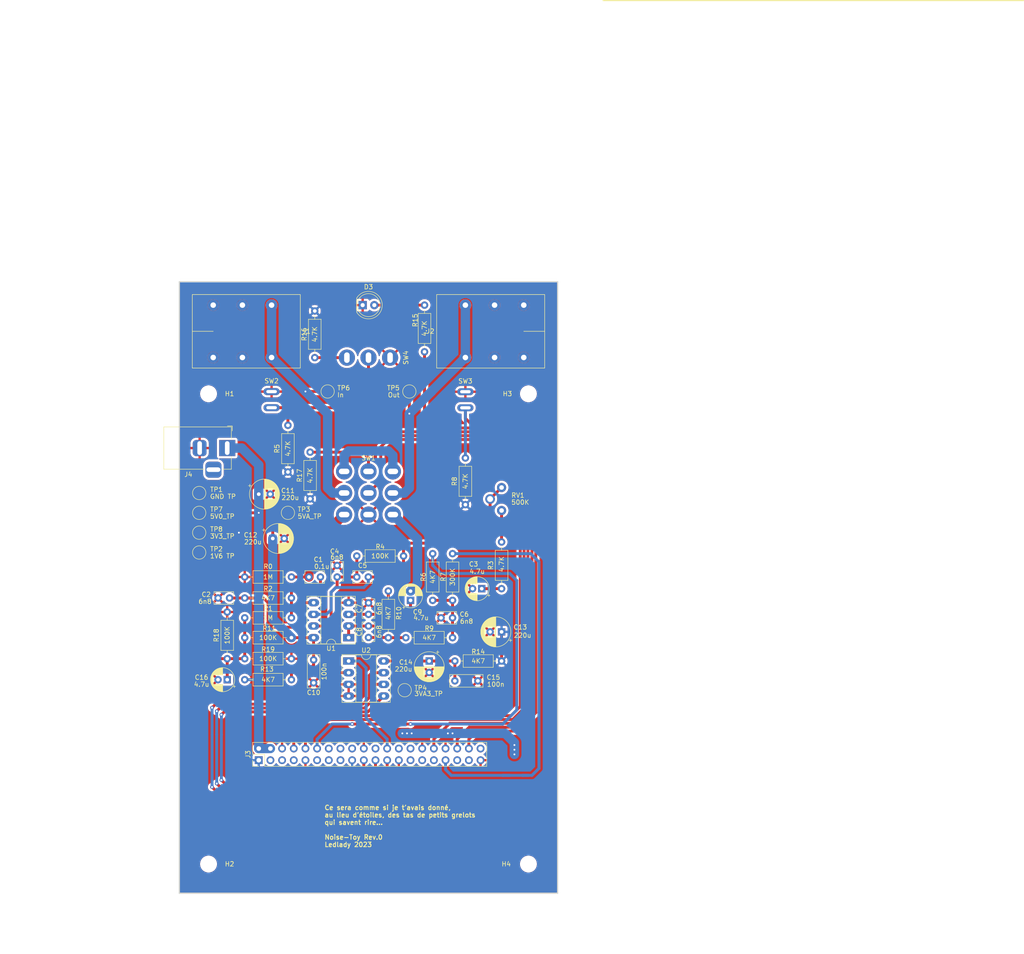
<source format=kicad_pcb>
(kicad_pcb (version 20221018) (generator pcbnew)
  (layers (0 "F.Cu" signal) (31 "B.Cu" signal) (34 "B.Paste" user) (35 "F.Paste" user) (36 "B.SilkS" user "B.Silkscreen") (37 "F.SilkS" user "F.Silkscreen") (38 "B.Mask" user) (39 "F.Mask" user) (44 "Edge.Cuts" user))
  (net 0 "")
  (net 1 "GND")
  (net 2 "Net-(D3-Pad2)")
  (net 3 "JackIn")
  (net 4 "JackOut")
  (net 5 "3V3")
  (net 6 "5V0")
  (net 7 "Net-(J3-Pad3)")
  (net 8 "Net-(J3-Pad5)")
  (net 9 "Net-(J3-Pad7)")
  (net 10 "GPIO14")
  (net 11 "GPIO15")
  (net 12 "Net-(J3-Pad11)")
  (net 13 "PWM0")
  (net 14 "Net-(J3-Pad13)")
  (net 15 "Net-(J3-Pad14)")
  (net 16 "Net-(J3-Pad15)")
  (net 17 "Net-(J3-Pad16)")
  (net 18 "Net-(J3-Pad18)")
  (net 19 "SPI_MOSI")
  (net 20 "SPI_MISO")
  (net 21 "Net-(J3-Pad22)")
  (net 22 "SPI_CLK")
  (net 23 "SPI_CS")
  (net 24 "Net-(J3-Pad26)")
  (net 25 "Net-(J3-Pad27)")
  (net 26 "Net-(J3-Pad28)")
  (net 27 "Net-(J3-Pad29)")
  (net 28 "Net-(J3-Pad31)")
  (net 29 "GPIO12")
  (net 30 "PWM1")
  (net 31 "Net-(J3-Pad35)")
  (net 32 "GPIO16")
  (net 33 "Net-(J3-Pad37)")
  (net 34 "GPIO20")
  (net 35 "Net-(J3-Pad40)")
  (net 36 "FxIn")
  (net 37 "1V5")
  (net 38 "Net-(C1-Pad2)")
  (net 39 "Net-(C2-Pad1)")
  (net 40 "Net-(R3-Pad2)")
  (net 41 "Net-(C3-Pad1)")
  (net 42 "/ADC0")
  (net 43 "Net-(C5-Pad2)")
  (net 44 "Net-(C6-Pad1)")
  (net 45 "Net-(C8-Pad2)")
  (net 46 "Net-(C7-Pad1)")
  (net 47 "5VA0")
  (net 48 "3VA3")
  (net 49 "Net-(R16-Pad2)")
  (net 50 "Net-(R17-Pad2)")
  (net 51 "FxOut")
  (net 52 "Net-(C8-Pad1)")
  (net 53 "/Bypass")
  (net 54 "Net-(J4-Pad3)")
  (footprint "LED_THT:LED_D5.0mm" (layer "F.Cu") (at 133.858 37.084)
    (fp_text reference "D3")
    (fp_text value "LED")
  )
  (footprint "ledlady:Audio_TRS_635_Stereo" (layer "F.Cu") (at 101.346 42.784 180)
    (fp_text reference "J1")
    (fp_text value "InputJack")
  )
  (footprint "noise-toy:Audio_TRS_635_Stereo" (layer "F.Cu") (at 168.91 42.784)
    (fp_text reference "J2")
    (fp_text value "OutputJack")
  )
  (footprint "Connector_PinHeader_2.54mm:PinHeader_2x20_P2.54mm_Vertical" (layer "F.Cu") (at 111.252 136.144 90)
    (fp_text reference "J3")
    (fp_text value "Conn_02x20_PiZero")
  )
  (footprint "Resistor_THT:R_Axial_DIN0207_L6.3mm_D2.5mm_P10.16mm_Horizontal" (layer "F.Cu") (at 118.364 96.266 180)
    (fp_text reference "R0")
    (fp_text value "1M")
  )
  (footprint "Resistor_THT:R_Axial_DIN0207_L6.3mm_D2.5mm_P10.16mm_Horizontal" (layer "F.Cu") (at 118.364 105.156 180)
    (fp_text reference "R1")
    (fp_text value "1M")
  )
  (footprint "Resistor_THT:R_Axial_DIN0207_L6.3mm_D2.5mm_P10.16mm_Horizontal" (layer "F.Cu") (at 118.364 100.838 180)
    (fp_text reference "R2")
    (fp_text value "4K7")
  )
  (footprint "Resistor_THT:R_Axial_DIN0207_L6.3mm_D2.5mm_P10.16mm_Horizontal" (layer "F.Cu") (at 164.084 98.806 90)
    (fp_text reference "R3")
    (fp_text value "4.7K")
  )
  (footprint "Resistor_THT:R_Axial_DIN0207_L6.3mm_D2.5mm_P10.16mm_Horizontal" (layer "F.Cu") (at 142.748 91.694 180)
    (fp_text reference "R4")
    (fp_text value "100K")
  )
  (footprint "Resistor_THT:R_Axial_DIN0207_L6.3mm_D2.5mm_P10.16mm_Horizontal" (layer "F.Cu") (at 117.602 73.406 90)
    (fp_text reference "R5")
    (fp_text value "4.7K")
  )
  (footprint "Resistor_THT:R_Axial_DIN0207_L6.3mm_D2.5mm_P10.16mm_Horizontal" (layer "F.Cu") (at 149.098 91.186 -90)
    (fp_text reference "R6")
    (fp_text value "4K7")
  )
  (footprint "Resistor_THT:R_Axial_DIN0207_L6.3mm_D2.5mm_P10.16mm_Horizontal" (layer "F.Cu") (at 153.416 91.186 -90)
    (fp_text reference "R7")
    (fp_text value "300K")
  )
  (footprint "Resistor_THT:R_Axial_DIN0207_L6.3mm_D2.5mm_P10.16mm_Horizontal" (layer "F.Cu") (at 156.21 80.518 90)
    (fp_text reference "R8")
    (fp_text value "4.7K")
  )
  (footprint "Resistor_THT:R_Axial_DIN0207_L6.3mm_D2.5mm_P10.16mm_Horizontal" (layer "F.Cu") (at 153.416 109.474 180)
    (fp_text reference "R9")
    (fp_text value "4K7")
  )
  (footprint "Resistor_THT:R_Axial_DIN0207_L6.3mm_D2.5mm_P10.16mm_Horizontal" (layer "F.Cu") (at 139.446 109.474 90)
    (fp_text reference "R10")
    (fp_text value "4K7")
  )
  (footprint "Resistor_THT:R_Axial_DIN0207_L6.3mm_D2.5mm_P10.16mm_Horizontal" (layer "F.Cu") (at 118.364 109.474 180)
    (fp_text reference "R11")
    (fp_text value "100K")
  )
  (footprint "Resistor_THT:R_Axial_DIN0207_L6.3mm_D2.5mm_P10.16mm_Horizontal" (layer "F.Cu") (at 108.204 118.618)
    (fp_text reference "R13")
    (fp_text value "4K7")
  )
  (footprint "Resistor_THT:R_Axial_DIN0207_L6.3mm_D2.5mm_P10.16mm_Horizontal" (layer "F.Cu") (at 164.084 114.554 180)
    (fp_text reference "R14")
    (fp_text value "4K7")
  )
  (footprint "Resistor_THT:R_Axial_DIN0207_L6.3mm_D2.5mm_P10.16mm_Horizontal" (layer "F.Cu") (at 147.32 47.244 90)
    (fp_text reference "R15")
    (fp_text value "4.7K")
  )
  (footprint "Resistor_THT:R_Axial_DIN0207_L6.3mm_D2.5mm_P10.16mm_Horizontal" (layer "F.Cu") (at 123.444 38.354 -90)
    (fp_text reference "R16")
    (fp_text value "4.7K")
  )
  (footprint "Resistor_THT:R_Axial_DIN0207_L6.3mm_D2.5mm_P10.16mm_Horizontal" (layer "F.Cu") (at 122.428 79.248 90)
    (fp_text reference "R17")
    (fp_text value "4.7K")
  )
  (footprint "ledlady:Amphenol_N6S25T0C" (layer "F.Cu") (at 161.584 79.288 90)
    (fp_text reference "RV1")
    (fp_text value "500K")
  )
  (footprint "noise-toy:Switch_3PDT" (layer "F.Cu") (at 135.128 77.978 180)
    (fp_text reference "SW1")
    (fp_text value "SWITCH_3PDT")
  )
  (footprint "noise-toy:Button_SPST" (layer "F.Cu") (at 114.046 57.658 180)
    (fp_text reference "SW2")
    (fp_text value "SW_PUSH")
  )
  (footprint "noise-toy:Button_SPST" (layer "F.Cu") (at 156.21 57.686 180)
    (fp_text reference "SW3")
    (fp_text value "SW_PUSH")
  )
  (footprint "noise-toy:Switch_SPDT" (layer "F.Cu") (at 135.128 48.514 90)
    (fp_text reference "SW4")
    (fp_text value "SWITCH_INV")
  )
  (footprint "Package_DIP:DIP-8_W7.62mm_Socket_LongPads" (layer "F.Cu") (at 130.81 109.474 180)
    (fp_text reference "U1")
    (fp_text value "MCP6002")
  )
  (footprint "Package_DIP:DIP-8_W7.62mm_Socket_LongPads" (layer "F.Cu") (at 130.81 114.554)
    (fp_text reference "U2")
    (fp_text value "MCP3002")
  )
  (footprint "Capacitor_THT:C_Rect_L4.0mm_W2.5mm_P2.50mm" (layer "F.Cu") (at 122.174 96.266)
    (fp_text reference "C1")
    (fp_text value "0.1u")
  )
  (footprint "Capacitor_THT:C_Rect_L4.0mm_W2.5mm_P2.50mm" (layer "F.Cu") (at 104.902 100.838 180)
    (fp_text reference "C2")
    (fp_text value "6n8")
  )
  (footprint "Capacitor_THT:CP_Radial_D5.0mm_P2.00mm" (layer "F.Cu") (at 159.766 98.806 180)
    (fp_text reference "C3")
    (fp_text value "4.7u")
  )
  (footprint "Capacitor_THT:C_Rect_L4.0mm_W2.5mm_P2.50mm" (layer "F.Cu") (at 128.31 96.266 90)
    (fp_text reference "C4")
    (fp_text value "6n8")
  )
  (footprint "Capacitor_THT:C_Rect_L4.0mm_W2.5mm_P2.50mm" (layer "F.Cu") (at 132.588 96.266)
    (fp_text reference "C5")
    (fp_text value "270p")
  )
  (footprint "Capacitor_THT:C_Rect_L4.0mm_W2.5mm_P2.50mm" (layer "F.Cu") (at 153.416 105.156 180)
    (fp_text reference "C6")
    (fp_text value "6n8")
  )
  (footprint "Capacitor_THT:C_Rect_L4.0mm_W2.5mm_P2.50mm" (layer "F.Cu") (at 135.128 104.394 90)
    (fp_text reference "C7")
    (fp_text value "6n8")
  )
  (footprint "Capacitor_THT:C_Rect_L4.0mm_W2.5mm_P2.50mm" (layer "F.Cu") (at 135.128 106.934 -90)
    (fp_text reference "C8")
    (fp_text value "6n8")
  )
  (footprint "Capacitor_THT:CP_Radial_D5.0mm_P2.00mm" (layer "F.Cu") (at 144.272 101.346 90)
    (fp_text reference "C9")
    (fp_text value "4.7u")
  )
  (footprint "Capacitor_THT:CP_Radial_D6.3mm_P2.50mm" (layer "F.Cu") (at 111.252 78.232)
    (fp_text reference "C11")
    (fp_text value "220u")
  )
  (footprint "Capacitor_THT:CP_Radial_D6.3mm_P2.50mm" (layer "F.Cu") (at 114.3 87.884)
    (fp_text reference "C12")
    (fp_text value "220u")
  )
  (footprint "Capacitor_THT:CP_Radial_D6.3mm_P2.50mm" (layer "F.Cu") (at 164.084 108.204 180)
    (fp_text reference "C13")
    (fp_text value "220u")
  )
  (footprint "Capacitor_THT:CP_Radial_D6.3mm_P2.50mm" (layer "F.Cu") (at 148.336 114.554 -90)
    (fp_text reference "C14")
    (fp_text value "220u")
  )
  (footprint "Capacitor_THT:CP_Radial_D5.0mm_P2.00mm" (layer "F.Cu") (at 104.394 118.618 180)
    (fp_text reference "C16")
    (fp_text value "4.7u")
  )
  (footprint "Resistor_THT:R_Axial_DIN0207_L6.3mm_D2.5mm_P10.16mm_Horizontal" (layer "F.Cu") (at 104.394 114.046 90)
    (fp_text reference "R18")
    (fp_text value "100K")
  )
  (footprint "Resistor_THT:R_Axial_DIN0207_L6.3mm_D2.5mm_P10.16mm_Horizontal" (layer "F.Cu") (at 108.204 114.046)
    (fp_text reference "R19")
    (fp_text value "100K")
  )
  (footprint "Capacitor_THT:C_Rect_L7.0mm_W2.5mm_P5.00mm" (layer "F.Cu") (at 123.19 114.3 -90)
    (fp_text reference "C10")
    (fp_text value "100n")
  )
  (footprint "Capacitor_THT:C_Rect_L7.0mm_W2.5mm_P5.00mm" (layer "F.Cu") (at 153.924 118.872)
    (fp_text reference "C15")
    (fp_text value "100n")
  )
  (footprint "Connector_BarrelJack:BarrelJack_Horizontal" (layer "F.Cu") (at 104.394 68.198)
    (fp_text reference "J4")
    (fp_text value "Barrel_Jack_Switch")
  )
  (footprint "TestPoint:TestPoint_Pad_D2.5mm" (layer "F.Cu") (at 98.298 77.978)
    (fp_text reference "TP1")
    (fp_text value "GND TP")
  )
  (footprint "TestPoint:TestPoint_Pad_D2.5mm" (layer "F.Cu") (at 98.298 90.932)
    (fp_text reference "TP2")
    (fp_text value "1V6 TP")
  )
  (footprint "TestPoint:TestPoint_Pad_D2.5mm" (layer "F.Cu") (at 117.602 82.296)
    (fp_text reference "TP3")
    (fp_text value "5VA_TP")
  )
  (footprint "TestPoint:TestPoint_Pad_D2.5mm" (layer "F.Cu") (at 143.002 120.904)
    (fp_text reference "TP4")
    (fp_text value "3VA3_TP")
  )
  (footprint "TestPoint:TestPoint_Pad_D2.5mm" (layer "F.Cu") (at 144.018 55.88)
    (fp_text reference "TP5")
    (fp_text value "Out")
  )
  (footprint "TestPoint:TestPoint_Pad_D2.5mm" (layer "F.Cu") (at 126.238 55.88)
    (fp_text reference "TP6")
    (fp_text value "In")
  )
  (footprint "MountingHole:MountingHole_3.2mm_M3" (layer "F.Cu") (at 100.33 56.388)
    (fp_text reference "H1")
    (fp_text value "MountingHole")
  )
  (footprint "MountingHole:MountingHole_3.2mm_M3" (layer "F.Cu") (at 100.33 158.75)
    (fp_text reference "H2")
    (fp_text value "MountingHole")
  )
  (footprint "MountingHole:MountingHole_3.2mm_M3" (layer "F.Cu") (at 169.926 56.388)
    (fp_text reference "H3")
    (fp_text value "MountingHole")
  )
  (footprint "MountingHole:MountingHole_3.2mm_M3" (layer "F.Cu") (at 169.926 158.75)
    (fp_text reference "H4")
    (fp_text value "MountingHole")
  )
  (footprint "TestPoint:TestPoint_Pad_D2.5mm" (layer "F.Cu") (at 98.298 82.296)
    (fp_text reference "TP7")
    (fp_text value "5V0_TP")
  )
  (footprint "TestPoint:TestPoint_Pad_D2.5mm" (layer "F.Cu") (at 98.298 86.614)
    (fp_text reference "TP8")
    (fp_text value "3V3_TP")
  )
  (gr_line (start 186.182 -29.21) (end 277.622 -29.21) (stroke (width 0.25)) (layer "F.SilkS"))
  (gr_line (start 176.276 32.004) (end 176.276 165.1) (stroke (width 0.25)) (layer "Edge.Cuts"))
  (gr_line (start 93.98 32.004) (end 93.98 165.1) (stroke (width 0.25)) (layer "Edge.Cuts"))
  (gr_line (start 93.98 165.1) (end 176.276 165.1) (stroke (width 0.25)) (layer "Edge.Cuts"))
  (gr_line (start 93.98 32.004) (end 176.276 32.004) (stroke (width 0.25)) (layer "Edge.Cuts"))
  (gr_text "Ce sera comme si je t'avais donné,\nau lieu d'étoiles, des tas de petits grelots\nqui savent rire... \n\nNoise-Toy Rev.0\nLedlady 2023" (at 125.476 150.495) (layer "F.SilkS") (effects (font (size 1 1) (thickness 0.2)) (justify left)))
  (via (at 166.878 133.858) (size 0.8) (drill 0.4) (layers "F.Cu" "B.Cu") (net 1))
  (via (at 166.878 134.874) (size 0.8) (drill 0.4) (layers "F.Cu" "B.Cu") (net 1))
  (via (at 152.4 130.302) (size 0.8) (drill 0.4) (layers "F.Cu" "B.Cu") (net 1))
  (via (at 144.526 130.302) (size 0.8) (drill 0.4) (layers "F.Cu" "B.Cu") (net 1))
  (via (at 153.416 130.302) (size 0.8) (drill 0.4) (layers "F.Cu" "B.Cu") (net 1))
  (via (at 166.878 132.842) (size 0.8) (drill 0.4) (layers "F.Cu" "B.Cu") (net 1))
  (via (at 142.494 130.302) (size 0.8) (drill 0.4) (layers "F.Cu" "B.Cu") (net 1))
  (via (at 143.51 130.302) (size 0.8) (drill 0.4) (layers "F.Cu" "B.Cu") (net 1))
  (segment (start 142.494 130.302) (end 143.51 130.302) (width 2.032) (layer "B.Cu") (net 1))
  (segment (start 143.51 130.302) (end 144.526 130.302) (width 2.032) (layer "B.Cu") (net 1))
  (segment (start 166.878 134.874) (end 166.878 134.874) (width 2.032) (layer "B.Cu") (net 1))
  (segment (start 166.878 133.858) (end 166.878 134.874) (width 2.032) (layer "B.Cu") (net 1))
  (segment (start 166.878 132.842) (end 166.878 133.858) (width 2.032) (layer "B.Cu") (net 1))
  (segment (start 153.924 130.302) (end 164.846 130.302) (width 2.032) (layer "B.Cu") (net 1))
  (segment (start 152.908 130.302) (end 153.416 130.302) (width 2.032) (layer "B.Cu") (net 1))
  (segment (start 152.146 130.302) (end 152.4 130.302) (width 2.032) (layer "B.Cu") (net 1))
  (segment (start 153.416 130.302) (end 153.924 130.302) (width 2.032) (layer "B.Cu") (net 1))
  (segment (start 152.4 130.302) (end 152.908 130.302) (width 2.032) (layer "B.Cu") (net 1))
  (segment (start 165.862 131.318) (end 166.878 132.334) (width 2.032) (layer "B.Cu") (net 1))
  (segment (start 164.846 130.302) (end 165.862 131.318) (width 2.032) (layer "B.Cu") (net 1))
  (segment (start 166.878 132.334) (end 166.878 132.842) (width 2.032) (layer "B.Cu") (net 1))
  (segment (start 142.494 130.302) (end 142.494 130.302) (width 2.032) (layer "B.Cu") (net 1))
  (segment (start 144.526 130.302) (end 152.146 130.302) (width 2.032) (layer "B.Cu") (net 1))
  (segment (start 136.398 37.084) (end 147.32 37.084) (width 0.635) (layer "F.Cu") (net 2))
  (segment (start 121.412 55.88) (end 121.412 55.88) (width 0.635) (layer "F.Cu") (net 3))
  (segment (start 126.238 55.88) (end 121.412 55.88) (width 0.635) (layer "F.Cu") (net 3))
  (via (at 121.412 55.88) (size 0.8) (drill 0.4) (layers "F.Cu" "B.Cu") (net 3))
  (segment (start 126.238 76.879844) (end 126.238 60.706) (width 2.032) (layer "B.Cu") (net 3))
  (segment (start 114.046 48.484) (end 121.412 55.85) (width 2.032) (layer "B.Cu") (net 3))
  (segment (start 127.336156 77.978) (end 126.238 76.879844) (width 2.032) (layer "B.Cu") (net 3))
  (segment (start 121.412 55.85) (end 121.412 55.88) (width 2.032) (layer "B.Cu") (net 3))
  (segment (start 129.828 77.978) (end 127.336156 77.978) (width 2.032) (layer "B.Cu") (net 3))
  (segment (start 121.412 55.88) (end 126.238 60.706) (width 2.032) (layer "B.Cu") (net 3))
  (segment (start 114.046 37.084) (end 114.046 48.484) (width 2.032) (layer "B.Cu") (net 3))
  (segment (start 144.018 60.706) (end 144.018 60.706) (width 0.635) (layer "F.Cu") (net 4))
  (segment (start 144.018 55.88) (end 144.018 60.706) (width 0.635) (layer "F.Cu") (net 4))
  (via (at 144.018 60.706) (size 0.8) (drill 0.4) (layers "F.Cu" "B.Cu") (net 4))
  (segment (start 148.844 55.85) (end 148.844 55.88) (width 2.032) (layer "B.Cu") (net 4))
  (segment (start 148.844 55.88) (end 144.018 60.706) (width 2.032) (layer "B.Cu") (net 4))
  (segment (start 156.21 48.484) (end 148.844 55.85) (width 2.032) (layer "B.Cu") (net 4))
  (segment (start 156.21 37.084) (end 156.21 48.484) (width 2.032) (layer "B.Cu") (net 4))
  (segment (start 142.919844 77.978) (end 144.018 76.879844) (width 2.032) (layer "B.Cu") (net 4))
  (segment (start 144.018 76.879844) (end 144.018 60.706) (width 2.032) (layer "B.Cu") (net 4))
  (segment (start 140.428 77.978) (end 142.919844 77.978) (width 2.032) (layer "B.Cu") (net 4))
  (segment (start 106.934 86.614) (end 106.934 86.614) (width 0.635) (layer "F.Cu") (net 5))
  (segment (start 164.084 108.204) (end 164.084 114.554) (width 0.635) (layer "F.Cu") (net 5))
  (segment (start 98.298 86.614) (end 106.934 86.614) (width 0.635) (layer "F.Cu") (net 5))
  (via (at 106.934 86.614) (size 0.8) (drill 0.4) (layers "F.Cu" "B.Cu") (net 5))
  (segment (start 111.252 82.296) (end 111.252 82.296) (width 0.635) (layer "F.Cu") (net 6))
  (segment (start 100.065766 82.296) (end 111.252 82.296) (width 0.635) (layer "F.Cu") (net 6))
  (segment (start 98.298 82.296) (end 100.065766 82.296) (width 0.635) (layer "F.Cu") (net 6))
  (via (at 111.252 82.296) (size 0.8) (drill 0.4) (layers "F.Cu" "B.Cu") (net 6))
  (segment (start 111.252 118.872) (end 110.998 118.618) (width 0.635) (layer "B.Cu") (net 6))
  (segment (start 111.252 133.604) (end 113.792 133.604) (width 2.032) (layer "B.Cu") (net 6))
  (segment (start 111.252 78.232) (end 111.252 80.264) (width 2.032) (layer "B.Cu") (net 6))
  (segment (start 104.394 68.198) (end 107.568 68.198) (width 2.032) (layer "B.Cu") (net 6))
  (segment (start 111.252 118.872) (end 111.252 80.264) (width 2.032) (layer "B.Cu") (net 6))
  (segment (start 107.568 68.198) (end 111.252 71.882) (width 2.032) (layer "B.Cu") (net 6))
  (segment (start 111.252 133.604) (end 111.252 118.872) (width 2.032) (layer "B.Cu") (net 6))
  (segment (start 110.998 118.618) (end 108.204 118.618) (width 0.635) (layer "B.Cu") (net 6))
  (segment (start 111.252 71.882) (end 111.252 78.232) (width 2.032) (layer "B.Cu") (net 6))
  (segment (start 137.795 75.311) (end 135.128 77.978) (width 0.635) (layer "F.Cu") (net 10))
  (segment (start 137.795 67.945) (end 137.795 75.311) (width 0.635) (layer "F.Cu") (net 10))
  (segment (start 168.148 124.46) (end 168.148 67.31) (width 0.635) (layer "F.Cu") (net 10))
  (segment (start 118.872 131.572) (end 123.99004 126.45396) (width 0.635) (layer "F.Cu") (net 10))
  (segment (start 139.40796 66.33204) (end 137.795 67.945) (width 0.635) (layer "F.Cu") (net 10))
  (segment (start 166.15404 126.45396) (end 168.148 124.46) (width 0.635) (layer "F.Cu") (net 10))
  (segment (start 168.148 67.31) (end 167.17004 66.33204) (width 0.635) (layer "F.Cu") (net 10))
  (segment (start 167.17004 66.33204) (end 139.40796 66.33204) (width 0.635) (layer "F.Cu") (net 10))
  (segment (start 118.872 133.604) (end 118.872 131.572) (width 0.635) (layer "F.Cu") (net 10))
  (segment (start 123.99004 126.45396) (end 166.15404 126.45396) (width 0.635) (layer "F.Cu") (net 10))
  (segment (start 167.60503 65.49703) (end 137.722147 65.497029) (width 0.635) (layer "F.Cu") (net 11))
  (segment (start 137.722147 65.497029) (end 131.633118 59.408) (width 0.635) (layer "F.Cu") (net 11))
  (segment (start 166.499912 127.28897) (end 168.98301 124.805872) (width 0.635) (layer "F.Cu") (net 11))
  (segment (start 168.98301 66.87501) (end 167.60503 65.49703) (width 0.635) (layer "F.Cu") (net 11))
  (segment (start 117.574 59.408) (end 117.602 59.436) (width 0.635) (layer "F.Cu") (net 11))
  (segment (start 168.98301 124.805872) (end 168.98301 66.87501) (width 0.635) (layer "F.Cu") (net 11))
  (segment (start 121.412 131.572) (end 125.69503 127.28897) (width 0.635) (layer "F.Cu") (net 11))
  (segment (start 121.412 133.604) (end 121.412 131.572) (width 0.635) (layer "F.Cu") (net 11))
  (segment (start 117.574 59.408) (end 114.046 59.408) (width 0.635) (layer "F.Cu") (net 11))
  (segment (start 125.69503 127.28897) (end 166.499912 127.28897) (width 0.635) (layer "F.Cu") (net 11))
  (segment (start 131.633118 59.408) (end 117.574 59.408) (width 0.635) (layer "F.Cu") (net 11))
  (segment (start 117.602 59.436) (end 117.602 63.246) (width 0.635) (layer "F.Cu") (net 11))
  (segment (start 144.272 128.27) (end 144.272 128.27) (width 0.635) (layer "F.Cu") (net 13))
  (segment (start 131.572 128.27) (end 144.272 128.27) (width 0.635) (layer "F.Cu") (net 13))
  (via (at 144.272 128.27) (size 0.8) (drill 0.4) (layers "F.Cu" "B.Cu") (net 13))
  (via (at 131.572 128.27) (size 0.8) (drill 0.4) (layers "F.Cu" "B.Cu") (net 13))
  (segment (start 131.572 128.27) (end 131.572 128.27) (width 0.635) (layer "B.Cu") (net 13))
  (segment (start 144.272 128.27) (end 164.338 128.27) (width 0.635) (layer "B.Cu") (net 13))
  (segment (start 164.338 128.27) (end 167.386 125.222) (width 0.635) (layer "B.Cu") (net 13))
  (segment (start 165.862 95.504) (end 150.876 95.504) (width 0.635) (layer "B.Cu") (net 13))
  (segment (start 149.098 93.726) (end 149.098 91.186) (width 0.635) (layer "B.Cu") (net 13))
  (segment (start 123.952 133.604) (end 123.952 132.401919) (width 0.635) (layer "B.Cu") (net 13))
  (segment (start 127.254 128.27) (end 130.81 128.27) (width 0.635) (layer "B.Cu") (net 13))
  (segment (start 124.46 131.064) (end 124.714 130.81) (width 0.635) (layer "B.Cu") (net 13))
  (segment (start 130.81 128.27) (end 131.572 128.27) (width 0.635) (layer "B.Cu") (net 13))
  (segment (start 124.206 131.318) (end 124.46 131.064) (width 0.635) (layer "B.Cu") (net 13))
  (segment (start 123.952 131.572) (end 124.206 131.318) (width 0.635) (layer "B.Cu") (net 13))
  (segment (start 123.952 132.401919) (end 123.952 131.572) (width 0.635) (layer "B.Cu") (net 13))
  (segment (start 124.46 131.064) (end 127.254 128.27) (width 0.635) (layer "B.Cu") (net 13))
  (segment (start 167.386 125.222) (end 167.386 97.028) (width 0.635) (layer "B.Cu") (net 13))
  (segment (start 167.386 97.028) (end 165.862 95.504) (width 0.635) (layer "B.Cu") (net 13))
  (segment (start 150.876 95.504) (end 149.098 93.726) (width 0.635) (layer "B.Cu") (net 13))
  (segment (start 103.124 126.238) (end 103.124 126.238) (width 0.635) (layer "F.Cu") (net 19))
  (segment (start 103.124 140.462) (end 103.124 140.462) (width 0.635) (layer "F.Cu") (net 19))
  (segment (start 103.74305 125.61895) (end 103.124 126.238) (width 0.635) (layer "F.Cu") (net 19))
  (segment (start 122.174 141.478) (end 107.442 141.478) (width 0.635) (layer "F.Cu") (net 19))
  (segment (start 134.112 136.144) (end 134.112 138.176) (width 0.635) (layer "F.Cu") (net 19))
  (segment (start 134.98505 125.61895) (end 138.43 122.174) (width 0.635) (layer "F.Cu") (net 19))
  (segment (start 134.112 138.176) (end 132.588 139.7) (width 0.635) (layer "F.Cu") (net 19))
  (segment (start 104.14 141.478) (end 103.124 140.462) (width 0.635) (layer "F.Cu") (net 19))
  (segment (start 130.81 141.478) (end 122.174 141.478) (width 0.635) (layer "F.Cu") (net 19))
  (segment (start 107.442 141.478) (end 104.14 141.478) (width 0.635) (layer "F.Cu") (net 19))
  (segment (start 131.064 141.224) (end 130.81 141.478) (width 0.635) (layer "F.Cu") (net 19))
  (segment (start 132.588 139.7) (end 131.064 141.224) (width 0.635) (layer "F.Cu") (net 19))
  (segment (start 108.82305 125.61895) (end 103.74305 125.61895) (width 0.635) (layer "F.Cu") (net 19))
  (segment (start 107.442 141.478) (end 104.394 141.478) (width 0.635) (layer "F.Cu") (net 19))
  (segment (start 108.82305 125.61895) (end 134.98505 125.61895) (width 0.635) (layer "F.Cu") (net 19))
  (via (at 103.124 126.238) (size 0.8) (drill 0.4) (layers "F.Cu" "B.Cu") (net 19))
  (via (at 103.124 140.462) (size 0.8) (drill 0.4) (layers "F.Cu" "B.Cu") (net 19))
  (segment (start 103.124 140.462) (end 103.124 130.556) (width 0.635) (layer "B.Cu") (net 19))
  (segment (start 103.124 130.556) (end 103.124 126.238) (width 0.635) (layer "B.Cu") (net 19))
  (segment (start 102.108 125.476) (end 102.108 125.476) (width 0.635) (layer "F.Cu") (net 20))
  (segment (start 102.108 141.224) (end 102.108 141.224) (width 0.635) (layer "F.Cu") (net 20))
  (segment (start 134.29606 124.78394) (end 136.144 122.936) (width 0.635) (layer "F.Cu") (net 20))
  (segment (start 136.652 138.176) (end 134.29299 140.53501) (width 0.635) (layer "F.Cu") (net 20))
  (segment (start 136.652 136.144) (end 136.652 138.176) (width 0.635) (layer "F.Cu") (net 20))
  (segment (start 136.595 119.634) (end 138.43 119.634) (width 0.635) (layer "F.Cu") (net 20))
  (segment (start 136.144 120.085) (end 136.595 119.634) (width 0.635) (layer "F.Cu") (net 20))
  (segment (start 136.144 122.936) (end 136.144 120.085) (width 0.635) (layer "F.Cu") (net 20))
  (segment (start 122.174 142.31301) (end 103.19701 142.31301) (width 0.635) (layer "F.Cu") (net 20))
  (segment (start 134.29299 140.53501) (end 133.096 141.732) (width 0.635) (layer "F.Cu") (net 20))
  (segment (start 133.096 141.732) (end 132.51499 142.31301) (width 0.635) (layer "F.Cu") (net 20))
  (segment (start 131.155872 142.31301) (end 122.174 142.31301) (width 0.635) (layer "F.Cu") (net 20))
  (segment (start 132.51499 142.31301) (end 131.155872 142.31301) (width 0.635) (layer "F.Cu") (net 20))
  (segment (start 108.477178 124.78394) (end 134.29606 124.78394) (width 0.635) (layer "F.Cu") (net 20))
  (segment (start 108.477178 124.78394) (end 102.80006 124.78394) (width 0.635) (layer "F.Cu") (net 20))
  (segment (start 103.19701 142.31301) (end 102.108 141.224) (width 0.635) (layer "F.Cu") (net 20))
  (segment (start 102.80006 124.78394) (end 102.108 125.476) (width 0.635) (layer "F.Cu") (net 20))
  (via (at 102.108 125.476) (size 0.8) (drill 0.4) (layers "F.Cu" "B.Cu") (net 20))
  (via (at 102.108 141.224) (size 0.8) (drill 0.4) (layers "F.Cu" "B.Cu") (net 20))
  (segment (start 102.108 141.224) (end 102.108 130.556) (width 0.635) (layer "B.Cu") (net 20))
  (segment (start 102.108 125.476) (end 102.108 130.556) (width 0.635) (layer "B.Cu") (net 20))
  (segment (start 101.092 124.714) (end 101.092 124.714) (width 0.635) (layer "F.Cu") (net 22))
  (segment (start 101.092 141.986) (end 101.092 141.986) (width 0.635) (layer "F.Cu") (net 22))
  (segment (start 122.174 143.14802) (end 103.99398 143.14802) (width 0.635) (layer "F.Cu") (net 22))
  (segment (start 135.99798 141.37002) (end 135.128 142.24) (width 0.635) (layer "F.Cu") (net 22))
  (segment (start 131.501744 143.14802) (end 122.174 143.14802) (width 0.635) (layer "F.Cu") (net 22))
  (segment (start 101.85707 123.94893) (end 101.092 124.714) (width 0.635) (layer "F.Cu") (net 22))
  (segment (start 135.89 117.094) (end 138.43 117.094) (width 0.635) (layer "F.Cu") (net 22))
  (segment (start 134.21998 143.14802) (end 131.501744 143.14802) (width 0.635) (layer "F.Cu") (net 22))
  (segment (start 103.99398 143.14802) (end 102.25402 143.14802) (width 0.635) (layer "F.Cu") (net 22))
  (segment (start 133.86107 123.94893) (end 135.30899 122.50101) (width 0.635) (layer "F.Cu") (net 22))
  (segment (start 139.192 136.144) (end 139.192 138.176) (width 0.635) (layer "F.Cu") (net 22))
  (segment (start 108.131306 123.94893) (end 133.86107 123.94893) (width 0.635) (layer "F.Cu") (net 22))
  (segment (start 139.192 138.176) (end 135.99798 141.37002) (width 0.635) (layer "F.Cu") (net 22))
  (segment (start 102.25402 143.14802) (end 101.092 141.986) (width 0.635) (layer "F.Cu") (net 22))
  (segment (start 135.128 142.24) (end 134.21998 143.14802) (width 0.635) (layer "F.Cu") (net 22))
  (segment (start 108.131306 123.94893) (end 101.85707 123.94893) (width 0.635) (layer "F.Cu") (net 22))
  (segment (start 135.30899 117.67501) (end 135.89 117.094) (width 0.635) (layer "F.Cu") (net 22))
  (segment (start 135.30899 122.50101) (end 135.30899 117.67501) (width 0.635) (layer "F.Cu") (net 22))
  (via (at 101.092 124.714) (size 0.8) (drill 0.4) (layers "F.Cu" "B.Cu") (net 22))
  (via (at 101.092 141.986) (size 0.8) (drill 0.4) (layers "F.Cu" "B.Cu") (net 22))
  (segment (start 101.092 130.556) (end 101.092 141.986) (width 0.635) (layer "B.Cu") (net 22))
  (segment (start 101.092 124.714) (end 101.092 130.556) (width 0.635) (layer "B.Cu") (net 22))
  (segment (start 130.81 114.554) (end 131.21 114.554) (width 0.635) (layer "F.Cu") (net 23))
  (segment (start 133.096 114.554) (end 130.81 114.554) (width 0.635) (layer "B.Cu") (net 23))
  (segment (start 139.192 131.572) (end 134.62 127) (width 0.635) (layer "B.Cu") (net 23))
  (segment (start 134.62 116.078) (end 133.096 114.554) (width 0.635) (layer "B.Cu") (net 23))
  (segment (start 139.192 133.604) (end 139.192 131.572) (width 0.635) (layer "B.Cu") (net 23))
  (segment (start 134.62 127) (end 134.62 116.078) (width 0.635) (layer "B.Cu") (net 23))
  (segment (start 149.352 133.604) (end 149.352 131.572) (width 0.635) (layer "F.Cu") (net 29))
  (segment (start 138.06802 64.66202) (end 135.128 61.722) (width 0.635) (layer "F.Cu") (net 29))
  (segment (start 168.04002 64.66202) (end 138.06802 64.66202) (width 0.635) (layer "F.Cu") (net 29))
  (segment (start 169.81802 66.44002) (end 168.04002 64.66202) (width 0.635) (layer "F.Cu") (net 29))
  (segment (start 152.80002 128.12398) (end 166.845785 128.123979) (width 0.635) (layer "F.Cu") (net 29))
  (segment (start 169.81802 125.151744) (end 169.81802 66.44002) (width 0.635) (layer "F.Cu") (net 29))
  (segment (start 166.845785 128.123979) (end 169.81802 125.151744) (width 0.635) (layer "F.Cu") (net 29))
  (segment (start 135.128 61.722) (end 135.128 48.514) (width 0.635) (layer "F.Cu") (net 29))
  (segment (start 149.352 131.572) (end 152.80002 128.12398) (width 0.635) (layer "F.Cu") (net 29))
  (segment (start 164.338 139.446) (end 168.656 139.446) (width 0.635) (layer "B.Cu") (net 30))
  (segment (start 172.212 137.922) (end 172.212 92.964) (width 0.635) (layer "B.Cu") (net 30))
  (segment (start 170.688 139.446) (end 172.212 137.922) (width 0.635) (layer "B.Cu") (net 30))
  (segment (start 170.434 91.186) (end 153.416 91.186) (width 0.635) (layer "B.Cu") (net 30))
  (segment (start 172.212 92.964) (end 170.434 91.186) (width 0.635) (layer "B.Cu") (net 30))
  (segment (start 153.162 139.446) (end 164.338 139.446) (width 0.635) (layer "B.Cu") (net 30))
  (segment (start 168.656 139.446) (end 170.688 139.446) (width 0.635) (layer "B.Cu") (net 30))
  (segment (start 151.892 136.144) (end 151.892 138.176) (width 0.635) (layer "B.Cu") (net 30))
  (segment (start 168.656 139.446) (end 169.926 139.446) (width 0.635) (layer "B.Cu") (net 30))
  (segment (start 164.338 139.446) (end 165.862 139.446) (width 0.635) (layer "B.Cu") (net 30))
  (segment (start 151.892 138.176) (end 153.162 139.446) (width 0.635) (layer "B.Cu") (net 30))
  (segment (start 167.191658 128.958988) (end 170.688 125.462646) (width 0.635) (layer "F.Cu") (net 32))
  (segment (start 157.04501 128.95899) (end 166.175657 128.958989) (width 0.635) (layer "F.Cu") (net 32))
  (segment (start 149.42501 63.82701) (end 147.32 61.722) (width 0.635) (layer "F.Cu") (net 32))
  (segment (start 154.432 131.572) (end 157.04501 128.95899) (width 0.635) (layer "F.Cu") (net 32))
  (segment (start 147.32 61.722) (end 147.32 47.244) (width 0.635) (layer "F.Cu") (net 32))
  (segment (start 154.432 133.604) (end 154.432 131.572) (width 0.635) (layer "F.Cu") (net 32))
  (segment (start 170.688 125.462646) (end 170.688 66.04) (width 0.635) (layer "F.Cu") (net 32))
  (segment (start 170.688 66.04) (end 168.47501 63.82701) (width 0.635) (layer "F.Cu") (net 32))
  (segment (start 168.47501 63.82701) (end 149.42501 63.82701) (width 0.635) (layer "F.Cu") (net 32))
  (segment (start 166.175657 128.958989) (end 167.191658 128.958988) (width 0.635) (layer "F.Cu") (net 32))
  (segment (start 171.52301 125.808518) (end 171.52301 65.60501) (width 0.635) (layer "F.Cu") (net 34))
  (segment (start 157.48 62.992) (end 156.21 61.722) (width 0.635) (layer "F.Cu") (net 34))
  (segment (start 171.52301 65.60501) (end 168.91 62.992) (width 0.635) (layer "F.Cu") (net 34))
  (segment (start 158.75 129.794) (end 167.537528 129.794) (width 0.635) (layer "F.Cu") (net 34))
  (segment (start 168.91 62.992) (end 157.48 62.992) (width 0.635) (layer "F.Cu") (net 34))
  (segment (start 167.537528 129.794) (end 171.52301 125.808518) (width 0.635) (layer "F.Cu") (net 34))
  (segment (start 156.972 131.572) (end 158.75 129.794) (width 0.635) (layer "F.Cu") (net 34))
  (segment (start 156.972 133.604) (end 156.972 131.572) (width 0.635) (layer "F.Cu") (net 34))
  (segment (start 156.21 61.722) (end 156.21 59.436) (width 0.635) (layer "F.Cu") (net 34))
  (segment (start 156.21 70.358) (end 156.21 59.436) (width 0.635) (layer "B.Cu") (net 34))
  (segment (start 129.828 82.678) (end 122.174 90.332) (width 2.032) (layer "F.Cu") (net 36))
  (segment (start 118.364 96.266) (end 122.174 96.266) (width 0.635) (layer "F.Cu") (net 36))
  (segment (start 122.174 90.332) (end 122.174 96.266) (width 2.032) (layer "F.Cu") (net 36))
  (segment (start 99.314 114.046) (end 98.298 113.03) (width 0.635) (layer "F.Cu") (net 37))
  (segment (start 104.394 114.046) (end 99.314 114.046) (width 0.635) (layer "F.Cu") (net 37))
  (segment (start 98.298 113.03) (end 98.298 90.932) (width 0.635) (layer "F.Cu") (net 37))
  (segment (start 104.394 118.618) (end 104.394 114.046) (width 0.635) (layer "F.Cu") (net 37))
  (segment (start 108.204 109.474) (end 108.204 114.046) (width 0.635) (layer "F.Cu") (net 37))
  (segment (start 108.204 105.156) (end 108.204 109.474) (width 0.635) (layer "F.Cu") (net 37))
  (segment (start 108.204 114.046) (end 104.394 114.046) (width 0.635) (layer "F.Cu") (net 37))
  (segment (start 118.364 100.838) (end 118.364 99.314) (width 0.635) (layer "F.Cu") (net 38))
  (segment (start 123.952 98.806) (end 124.674 98.084) (width 0.635) (layer "F.Cu") (net 38))
  (segment (start 118.872 98.806) (end 123.952 98.806) (width 0.635) (layer "F.Cu") (net 38))
  (segment (start 124.674 98.084) (end 124.674 96.266) (width 0.635) (layer "F.Cu") (net 38))
  (segment (start 124.714 96.306) (end 124.674 96.266) (width 0.635) (layer "F.Cu") (net 38))
  (segment (start 118.364 99.314) (end 118.872 98.806) (width 0.635) (layer "F.Cu") (net 38))
  (segment (start 118.364 100.838) (end 118.364 105.156) (width 0.635) (layer "F.Cu") (net 38))
  (segment (start 119.888 107.188) (end 120.396 106.68) (width 0.635) (layer "F.Cu") (net 39))
  (segment (start 120.904 101.854) (end 123.19 101.854) (width 0.635) (layer "F.Cu") (net 39))
  (segment (start 120.396 106.68) (end 120.396 102.362) (width 0.635) (layer "F.Cu") (net 39))
  (segment (start 112.268 100.838) (end 113.284 101.854) (width 0.635) (layer "F.Cu") (net 39))
  (segment (start 113.284 101.854) (end 113.284 106.172) (width 0.635) (layer "F.Cu") (net 39))
  (segment (start 114.3 107.188) (end 119.888 107.188) (width 0.635) (layer "F.Cu") (net 39))
  (segment (start 113.284 106.172) (end 114.3 107.188) (width 0.635) (layer "F.Cu") (net 39))
  (segment (start 120.396 102.362) (end 120.904 101.854) (width 0.635) (layer "F.Cu") (net 39))
  (segment (start 104.902 100.838) (end 108.204 100.838) (width 0.635) (layer "F.Cu") (net 39))
  (segment (start 108.204 100.838) (end 112.268 100.838) (width 0.635) (layer "F.Cu") (net 39))
  (segment (start 164.084 81.788) (end 164.084 83.202213) (width 0.635) (layer "F.Cu") (net 40))
  (segment (start 164.084 83.202213) (end 164.084 88.646) (width 0.635) (layer "F.Cu") (net 40))
  (segment (start 159.766 98.806) (end 164.084 98.806) (width 0.635) (layer "F.Cu") (net 41))
  (segment (start 127 115.57) (end 128.524 117.094) (width 0.635) (layer "F.Cu") (net 42))
  (segment (start 127 107.95) (end 127 115.57) (width 0.635) (layer "F.Cu") (net 42))
  (segment (start 127 105.918) (end 127 99.568) (width 0.635) (layer "F.Cu") (net 42))
  (segment (start 123.19 106.934) (end 125.984 106.934) (width 0.635) (layer "F.Cu") (net 42))
  (segment (start 128.31 98.258) (end 128.31 96.266) (width 0.635) (layer "F.Cu") (net 42))
  (segment (start 128.524 117.094) (end 130.81 117.094) (width 0.635) (layer "F.Cu") (net 42))
  (segment (start 132.588 91.694) (end 132.588 96.266) (width 0.635) (layer "F.Cu") (net 42))
  (segment (start 125.984 106.934) (end 127 107.95) (width 0.635) (layer "F.Cu") (net 42))
  (segment (start 128.31 96.266) (end 132.588 96.266) (width 0.635) (layer "F.Cu") (net 42))
  (segment (start 125.984 106.934) (end 127 105.918) (width 0.635) (layer "F.Cu") (net 42))
  (segment (start 127 99.568) (end 128.31 98.258) (width 0.635) (layer "F.Cu") (net 42))
  (segment (start 159.766 88.9) (end 161.584 87.082) (width 0.635) (layer "F.Cu") (net 43))
  (segment (start 144.018 88.9) (end 159.766 88.9) (width 0.635) (layer "F.Cu") (net 43))
  (segment (start 142.748 90.17) (end 144.018 88.9) (width 0.635) (layer "F.Cu") (net 43))
  (segment (start 135.088 96.266) (end 141.732 96.266) (width 0.635) (layer "F.Cu") (net 43))
  (segment (start 141.732 96.266) (end 142.748 95.25) (width 0.635) (layer "F.Cu") (net 43))
  (segment (start 161.584 79.288) (end 164.084 76.788) (width 0.635) (layer "F.Cu") (net 43))
  (segment (start 142.748 95.25) (end 142.748 91.694) (width 0.635) (layer "F.Cu") (net 43))
  (segment (start 142.748 91.694) (end 142.748 90.17) (width 0.635) (layer "F.Cu") (net 43))
  (segment (start 161.584 87.082) (end 161.584 79.288) (width 0.635) (layer "F.Cu") (net 43))
  (segment (start 123.19 104.394) (end 125.984 104.394) (width 0.635) (layer "B.Cu") (net 43))
  (segment (start 135.088 96.266) (end 135.088 97.576) (width 0.635) (layer "B.Cu") (net 43))
  (segment (start 135.088 97.576) (end 134.112 98.552) (width 0.635) (layer "B.Cu") (net 43))
  (segment (start 127 99.568) (end 128.016 98.552) (width 0.635) (layer "B.Cu") (net 43))
  (segment (start 128.016 98.552) (end 134.112 98.552) (width 0.635) (layer "B.Cu") (net 43))
  (segment (start 127 103.378) (end 127 99.568) (width 0.635) (layer "B.Cu") (net 43))
  (segment (start 125.984 104.394) (end 127 103.378) (width 0.635) (layer "B.Cu") (net 43))
  (segment (start 149.098 101.346) (end 153.416 101.346) (width 0.635) (layer "F.Cu") (net 44))
  (segment (start 153.416 105.156) (end 153.416 101.346) (width 0.635) (layer "F.Cu") (net 44))
  (segment (start 153.416 105.156) (end 153.416 109.474) (width 0.635) (layer "F.Cu") (net 44))
  (segment (start 135.128 109.434) (end 139.406 109.434) (width 0.635) (layer "F.Cu") (net 45))
  (segment (start 139.406 109.434) (end 139.446 109.474) (width 0.635) (layer "F.Cu") (net 45))
  (segment (start 139.446 109.474) (end 143.256 109.474) (width 0.635) (layer "F.Cu") (net 45))
  (segment (start 138.684 104.394) (end 139.446 103.632) (width 0.635) (layer "F.Cu") (net 46))
  (segment (start 135.128 104.394) (end 138.684 104.394) (width 0.635) (layer "F.Cu") (net 46))
  (segment (start 139.446 103.632) (end 139.446 99.314) (width 0.635) (layer "F.Cu") (net 46))
  (segment (start 130.81 104.394) (end 135.128 104.394) (width 0.635) (layer "F.Cu") (net 46))
  (segment (start 118.364 109.474) (end 123.19 109.474) (width 0.635) (layer "F.Cu") (net 47))
  (segment (start 122.54337 116.078) (end 123.19 115.43137) (width 0.635) (layer "F.Cu") (net 47))
  (segment (start 118.364 118.618) (end 118.364 116.586) (width 0.635) (layer "F.Cu") (net 47))
  (segment (start 123.19 115.43137) (end 123.19 114.3) (width 0.635) (layer "F.Cu") (net 47))
  (segment (start 114.3 82.804) (end 114.808 82.296) (width 0.635) (layer "F.Cu") (net 47))
  (segment (start 114.808 82.296) (end 117.602 82.296) (width 0.635) (layer "F.Cu") (net 47))
  (segment (start 114.3 87.884) (end 114.3 82.804) (width 0.635) (layer "F.Cu") (net 47))
  (segment (start 123.19 109.474) (end 123.19 114.3) (width 0.635) (layer "F.Cu") (net 47))
  (segment (start 118.364 116.586) (end 118.872 116.078) (width 0.635) (layer "F.Cu") (net 47))
  (segment (start 118.872 116.078) (end 122.54337 116.078) (width 0.635) (layer "F.Cu") (net 47))
  (segment (start 114.3 105.41) (end 118.364 109.474) (width 2.032) (layer "B.Cu") (net 47))
  (segment (start 114.3 87.884) (end 114.3 105.41) (width 2.032) (layer "B.Cu") (net 47))
  (segment (start 153.924 114.554) (end 153.924 118.872) (width 0.635) (layer "F.Cu") (net 48))
  (segment (start 148.336 114.554) (end 153.924 114.554) (width 0.635) (layer "F.Cu") (net 48))
  (segment (start 143.002 114.554) (end 138.43 114.554) (width 0.635) (layer "F.Cu") (net 48))
  (segment (start 148.336 114.554) (end 143.002 114.554) (width 0.635) (layer "F.Cu") (net 48))
  (segment (start 143.002 114.554) (end 143.002 120.904) (width 0.635) (layer "F.Cu") (net 48))
  (segment (start 123.444 48.514) (end 130.428 48.514) (width 0.635) (layer "F.Cu") (net 49))
  (segment (start 133.858 69.088) (end 135.128 70.358) (width 0.635) (layer "F.Cu") (net 50))
  (segment (start 122.428 69.088) (end 133.858 69.088) (width 0.635) (layer "F.Cu") (net 50))
  (segment (start 135.128 70.358) (end 135.128 73.278) (width 0.635) (layer "F.Cu") (net 50))
  (segment (start 144.288001 99.329999) (end 144.272 99.329999) (width 2.032) (layer "B.Cu") (net 51))
  (segment (start 145.796 97.822) (end 144.288001 99.329999) (width 2.032) (layer "B.Cu") (net 51))
  (segment (start 144.618 86.868) (end 145.796 88.046) (width 2.032) (layer "B.Cu") (net 51))
  (segment (start 145.796 88.046) (end 145.796 97.822) (width 2.032) (layer "B.Cu") (net 51))
  (segment (start 140.428 82.678) (end 144.618 86.868) (width 2.032) (layer "B.Cu") (net 51))
  (segment (start 135.128 106.934) (end 143.256 106.934) (width 0.635) (layer "F.Cu") (net 52))
  (segment (start 143.256 106.934) (end 144.272 105.918) (width 0.635) (layer "F.Cu") (net 52))
  (segment (start 130.81 106.934) (end 130.81 109.474) (width 0.635) (layer "F.Cu") (net 52))
  (segment (start 144.272 105.918) (end 144.272 101.346) (width 0.635) (layer "F.Cu") (net 52))
  (segment (start 135.128 106.934) (end 130.81 106.934) (width 0.635) (layer "F.Cu") (net 52))
  (segment (start 139.446 68.834) (end 130.81 68.834) (width 2.032) (layer "B.Cu") (net 53))
  (segment (start 130.81 68.834) (end 129.828 69.816) (width 2.032) (layer "B.Cu") (net 53))
  (segment (start 129.828 69.816) (end 129.828 73.278) (width 2.032) (layer "B.Cu") (net 53))
  (segment (start 140.428 73.278) (end 140.428 69.816) (width 2.032) (layer "B.Cu") (net 53))
  (segment (start 140.428 69.816) (end 139.446 68.834) (width 2.032) (layer "B.Cu") (net 53))
  (zone (net 1) (net_name "GND") (layer "F.Cu") (connect_pads (clearance 0.508)) (min_thickness 0.254) (fill yes (thermal_gap 0.508) (thermal_bridge_width 0.508))
    (polygon (pts (xy 213.26475 176.24425) (xy 54.95925 174.40275) (xy 57.30875 20.16125) (xy 214.97925 18.82775)))
  )
  (zone (net 5) (net_name "3V3") (layer "B.Cu") (connect_pads (clearance 0.508)) (min_thickness 0.254) (fill yes (thermal_gap 0.508) (thermal_bridge_width 0.508))
    (polygon (pts (xy 210.693 178.3715) (xy 62.103 177.7365) (xy 62.23 22.5425) (xy 209.55 19.3675)))
  )
)
</source>
